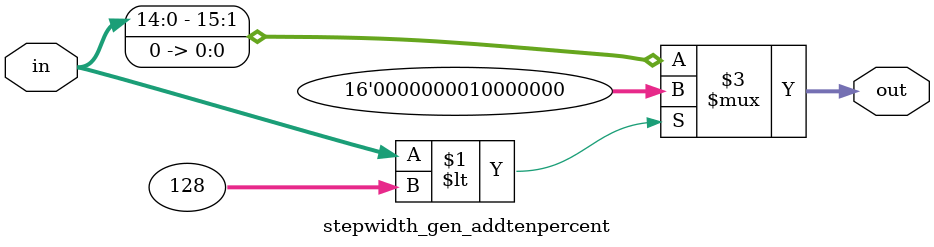
<source format=v>


module stepwidth_gen_addtenpercent (in, out);

	input[15:0] in;
	output[15:0] out;

	assign out = (in < 128) ? (16'd128) : (in << 1);

endmodule

</source>
